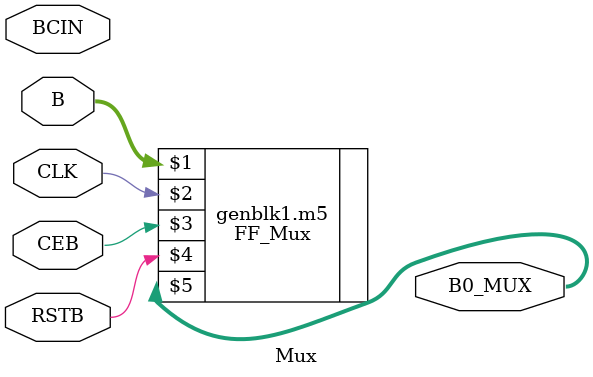
<source format=v>
module Mux (B,BCIN,CLK,CEB,RSTB,B0_MUX);
	
	parameter B_INPUT="DIRECT";
	parameter B0REG=0;
	parameter RSTTYPE="SYNC";

	input CLK,CEB,RSTB;
	input [17:0] B,BCIN;

	output [17:0]B0_MUX;


	generate
		if (B_INPUT == "DIRECT")
			FF_Mux #(.W(18),.SEL(B0REG),.RSTTYPE(RSTTYPE)) m5 (B,CLK,CEB,RSTB,B0_MUX);
		else if (B_INPUT == "CASCADE")
			FF_Mux #(.W(18),.SEL(B0REG),.RSTTYPE(RSTTYPE)) m5 (BCIN,CLK,CEB,RSTB,B0_MUX);
		else
			FF_Mux #(.W(18),.SEL(B0REG),.RSTTYPE(RSTTYPE)) m5 (18'b0000_0000_0000_0000_00,CLK,CEB,RSTB,B0_MUX);
	endgenerate 

endmodule
</source>
